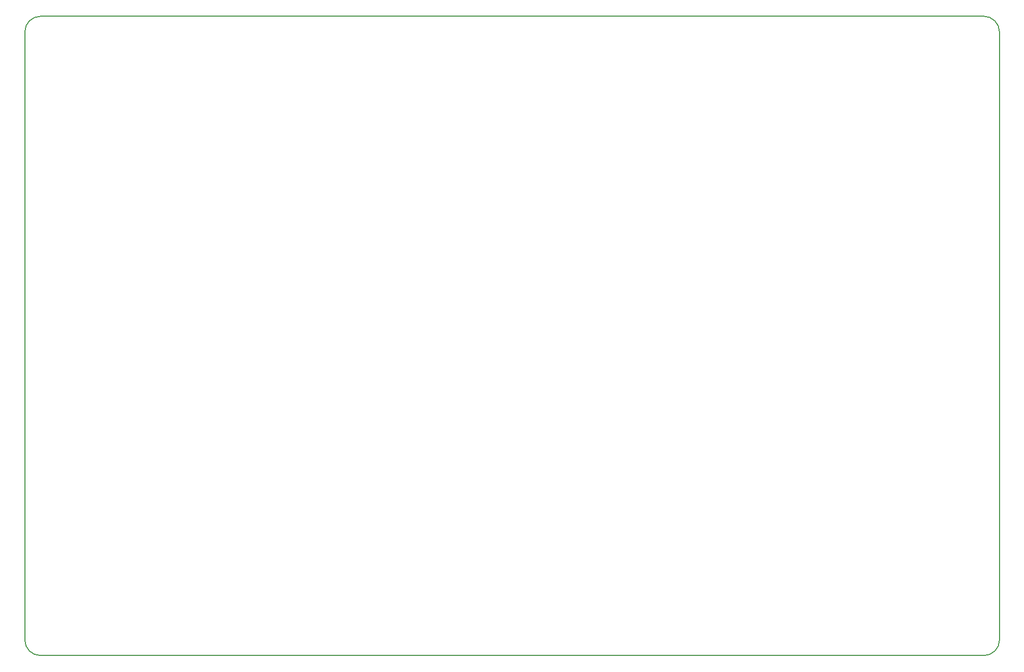
<source format=gm1>
G04 #@! TF.GenerationSoftware,KiCad,Pcbnew,5.1.4+dfsg1-1~bpo10+1*
G04 #@! TF.CreationDate,2019-09-21T23:22:25+08:00*
G04 #@! TF.ProjectId,8-Bit CPU,382d4269-7420-4435-9055-2e6b69636164,rev?*
G04 #@! TF.SameCoordinates,Original*
G04 #@! TF.FileFunction,Profile,NP*
%FSLAX46Y46*%
G04 Gerber Fmt 4.6, Leading zero omitted, Abs format (unit mm)*
G04 Created by KiCad (PCBNEW 5.1.4+dfsg1-1~bpo10+1) date 2019-09-21 23:22:25*
%MOMM*%
%LPD*%
G04 APERTURE LIST*
%ADD10C,0.150000*%
G04 APERTURE END LIST*
D10*
X38100000Y-57150000D02*
G75*
G02X40640000Y-54610000I2540000J0D01*
G01*
X194310000Y-54610000D02*
G75*
G02X196850000Y-57150000I0J-2540000D01*
G01*
X40640000Y-158750000D02*
G75*
G02X38100000Y-156210000I0J2540000D01*
G01*
X196850000Y-156210000D02*
G75*
G02X194310000Y-158750000I-2540000J0D01*
G01*
X40640000Y-54610000D02*
X194310000Y-54610000D01*
X196850000Y-57150000D02*
X196850000Y-110490000D01*
X194310000Y-158750000D02*
X40640000Y-158750000D01*
X196850000Y-110490000D02*
X196850000Y-156210000D01*
X38100000Y-156210000D02*
X38100000Y-57150000D01*
M02*

</source>
